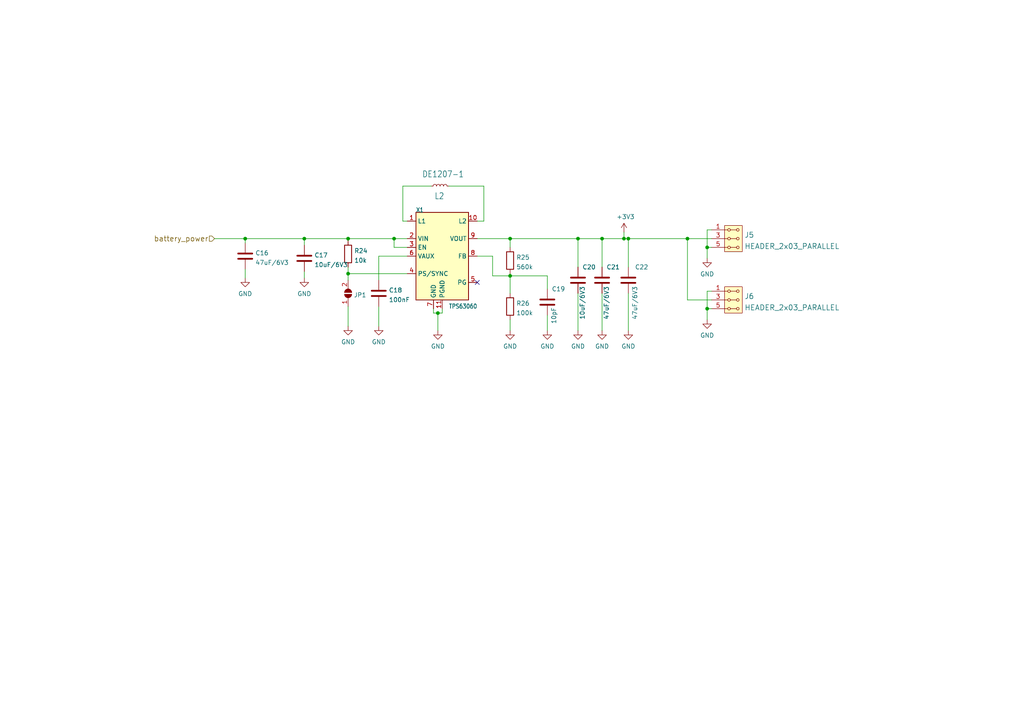
<source format=kicad_sch>
(kicad_sch (version 20211123) (generator eeschema)
  (paper "A4")
  (title_block (title "SOLARMINIBAT01A") (date "2022-07-20") (rev "A") (company "MLAB.cz") (comment 2 "Solar charged LTO Battery Managment System"))
  (lib_symbols
    (symbol "Device:C" (pin_numbers hide) (pin_names (offset 0.254))
      (property "Reference" "C" (at 0.635 2.54 0))
      (property "Value" "C" (at 0.635 -2.54 0))
      (symbol "C_0_1"
        (polyline (pts (xy -2.032 -0.762) (xy 2.032 -0.762)) (stroke (width 0.508)))
        (polyline (pts (xy -2.032 0.762) (xy 2.032 0.762)) (stroke (width 0.508)))
      )
      (symbol "C_1_1"
        (pin passive line (at 0 3.81 270) (length 2.794) (name "~") (number "1"))
        (pin passive line (at 0 -3.81 90) (length 2.794) (name "~") (number "2"))
      )
    )
    (symbol "Device:L_Small" (pin_numbers hide) (pin_names (offset 0.254) hide)
      (property "Reference" "L" (at 0.762 1.016 0))
      (property "Value" "L_Small" (at 0.762 -1.016 0))
      (symbol "L_Small_0_1"
        (arc (start 0 -2.032) (mid 0.508 -1.524) (end 0 -1.016))
        (arc (start 0 -1.016) (mid 0.508 -0.508) (end 0 0))
        (arc (start 0 0) (mid 0.508 0.508) (end 0 1.016))
        (arc (start 0 1.016) (mid 0.508 1.524) (end 0 2.032))
      )
      (symbol "L_Small_1_1"
        (pin passive line (at 0 2.54 270) (length 0.508) (name "~") (number "1"))
        (pin passive line (at 0 -2.54 90) (length 0.508) (name "~") (number "2"))
      )
    )
    (symbol "Device:R" (pin_numbers hide) (pin_names (offset 0))
      (property "Reference" "R" (at 2.032 0 90))
      (property "Value" "R" (at 0 0 90))
      (symbol "R_0_1"
        (rectangle (start -1.016 -2.54) (end 1.016 2.54) (stroke (width 0.254)))
      )
      (symbol "R_1_1"
        (pin passive line (at 0 3.81 270) (length 1.27) (name "~") (number "1"))
        (pin passive line (at 0 -3.81 90) (length 1.27) (name "~") (number "2"))
      )
    )
    (symbol "Jumper:SolderJumper_2_Open" (pin_names (offset 0) hide)
      (property "Reference" "JP" (at 0 2.032 0))
      (property "Value" "SolderJumper_2_Open" (at 0 -2.54 0))
      (symbol "SolderJumper_2_Open_0_1"
        (arc (start -0.254 1.016) (mid -1.27 0) (end -0.254 -1.016))
        (arc (start -0.254 1.016) (mid -1.27 0) (end -0.254 -1.016) (fill (type outline)))
        (polyline (pts (xy -0.254 1.016) (xy -0.254 -1.016)))
        (polyline (pts (xy 0.254 1.016) (xy 0.254 -1.016)))
        (arc (start 0.254 -1.016) (mid 1.27 0) (end 0.254 1.016))
        (arc (start 0.254 -1.016) (mid 1.27 0) (end 0.254 1.016) (fill (type outline)))
      )
      (symbol "SolderJumper_2_Open_1_1"
        (pin passive line (at -3.81 0 0) (length 2.54) (name "A") (number "1"))
        (pin passive line (at 3.81 0 180) (length 2.54) (name "B") (number "2"))
      )
    )
    (symbol "LION2CELL01D-rescue:+3.3V" (power) (pin_names (offset 0))
      (property "Value" "+3.3V" (at 0 3.556 0))
      (symbol "+3.3V_0_1"
        (polyline (pts (xy -0.762 1.27) (xy 0 2.54)))
        (polyline (pts (xy 0 0) (xy 0 2.54)))
        (polyline (pts (xy 0 2.54) (xy 0.762 1.27)))
      )
      (symbol "+3.3V_1_1"
        (pin power_in line (at 0 0 90) (length 0) hide (name "+3V3") (number "1"))
      )
    )
    (symbol "MLAB_HEADER:HEADER_2x03_PARALLEL" (pin_names (offset 1.016))
      (property "Reference" "J" (at 0 -5.08 0))
      (property "Value" "HEADER_2x03_PARALLEL" (at 0 5.08 0))
      (symbol "HEADER_2x03_PARALLEL_0_1"
        (rectangle (start -2.54 3.81) (end 2.54 -3.81) (fill (type background)))
        (circle (center -1.27 -2.54) (radius 0.381))
        (circle (center -1.27 0) (radius 0.381))
        (circle (center -1.27 2.54) (radius 0.381))
        (polyline (pts (xy -1.651 -2.54) (xy -2.54 -2.54)))
        (polyline (pts (xy -1.651 0) (xy -2.54 0)))
        (polyline (pts (xy -1.651 2.54) (xy -2.54 2.54)))
        (polyline (pts (xy -0.889 -2.54) (xy 0.889 -2.54)))
        (polyline (pts (xy -0.889 0) (xy 0.889 0)))
        (polyline (pts (xy -0.889 2.54) (xy 0.889 2.54)))
        (circle (center 1.27 -2.54) (radius 0.381))
        (circle (center 1.27 0) (radius 0.381))
        (circle (center 1.27 2.54) (radius 0.381))
      )
      (symbol "HEADER_2x03_PARALLEL_1_1"
        (pin input line (at -6.35 2.54 0) (length 3.81) (name "~") (number "1"))
        (pin input line (at -6.35 2.54 0) (length 3.81) hide (name "~") (number "2"))
        (pin input line (at -6.35 0 0) (length 3.81) (name "~") (number "3"))
        (pin input line (at -6.35 0 0) (length 3.81) hide (name "~") (number "4"))
        (pin input line (at -6.35 -2.54 0) (length 3.81) (name "~") (number "5"))
        (pin input line (at -6.35 -2.54 0) (length 3.81) hide (name "~") (number "6"))
      )
    )
    (symbol "Regulator_Switching:TPS63060"
      (property "Reference" "U" (at -7.62 13.97 0))
      (property "Value" "TPS63060" (at 2.54 13.97 0))
      (symbol "TPS63060_0_1"
        (rectangle (start -7.62 12.7) (end 7.62 -12.7) (stroke (width 0.254)) (fill (type background)))
      )
      (symbol "TPS63060_1_1"
        (pin input line (at -10.16 10.16 0) (length 2.54) (name "L1") (number "1"))
        (pin input line (at 10.16 10.16 180) (length 2.54) (name "L2") (number "10"))
        (pin power_in line (at 0 -15.24 90) (length 2.54) (name "PGND") (number "11"))
        (pin power_in line (at -10.16 5.08 0) (length 2.54) (name "VIN") (number "2"))
        (pin input line (at -10.16 2.54 0) (length 2.54) (name "EN") (number "3"))
        (pin input line (at -10.16 -5.08 0) (length 2.54) (name "PS/SYNC") (number "4"))
        (pin output line (at 10.16 -7.62 180) (length 2.54) (name "PG") (number "5"))
        (pin passive line (at -10.16 0 0) (length 2.54) (name "VAUX") (number "6"))
        (pin power_in line (at -2.54 -15.24 90) (length 2.54) (name "GND") (number "7"))
        (pin input line (at 10.16 0 180) (length 2.54) (name "FB") (number "8"))
        (pin power_out line (at 10.16 5.08 180) (length 2.54) (name "VOUT") (number "9"))
      )
    )
    (symbol "power:GND" (power) (pin_names (offset 0))
      (property "Value" "GND" (at 0 -3.81 0))
      (symbol "GND_0_1"
        (polyline (pts (xy 0 0) (xy 0 -1.27) (xy 1.27 -1.27) (xy 0 -2.54) (xy -1.27 -1.27) (xy 0 -1.27)))
      )
      (symbol "GND_1_1"
        (pin power_in line (at 0 0 270) (length 0) hide (name "GND") (number "1"))
      )
    )
  )
  (junction (at 205.105 71.755))
  (junction (at 88.265 69.215))
  (junction (at 205.105 89.535))
  (junction (at 199.39 69.215))
  (junction (at 100.965 69.215))
  (junction (at 182.245 69.215))
  (junction (at 127 90.805))
  (junction (at 100.965 79.375))
  (junction (at 71.12 69.215))
  (junction (at 174.625 69.215))
  (junction (at 147.955 80.01))
  (junction (at 180.975 69.215))
  (junction (at 114.3 69.215))
  (junction (at 167.64 69.215))
  (junction (at 147.955 69.215))
  (no_connect (at 138.43 81.915))
  (wire (pts (xy 205.105 89.535) (xy 205.105 92.71)))
  (wire (pts (xy 100.965 69.215) (xy 114.3 69.215)))
  (wire (pts (xy 206.375 84.455) (xy 205.105 84.455)))
  (wire (pts (xy 147.955 79.375) (xy 147.955 80.01)))
  (wire (pts (xy 88.265 69.215) (xy 100.965 69.215)))
  (wire (pts (xy 167.64 69.215) (xy 174.625 69.215)))
  (wire (pts (xy 199.39 69.215) (xy 206.375 69.215)))
  (wire (pts (xy 140.335 53.975) (xy 140.335 64.135)))
  (wire (pts (xy 180.975 67.31) (xy 180.975 69.215)))
  (wire (pts (xy 158.75 80.01) (xy 158.75 83.82)))
  (wire (pts (xy 71.12 69.215) (xy 88.265 69.215)))
  (wire (pts (xy 118.11 74.295) (xy 109.855 74.295)))
  (wire (pts (xy 142.875 80.01) (xy 142.875 74.295)))
  (wire (pts (xy 100.965 88.9) (xy 100.965 94.615)))
  (wire (pts (xy 182.245 69.215) (xy 182.245 77.47)))
  (wire (pts (xy 128.27 90.805) (xy 128.27 89.535)))
  (wire (pts (xy 88.265 78.74) (xy 88.265 80.645)))
  (wire (pts (xy 206.375 86.995) (xy 199.39 86.995)))
  (wire (pts (xy 167.64 69.215) (xy 167.64 77.47)))
  (wire (pts (xy 147.955 80.01) (xy 142.875 80.01)))
  (wire (pts (xy 118.11 64.135) (xy 116.84 64.135)))
  (wire (pts (xy 205.105 66.675) (xy 205.105 71.755)))
  (wire (pts (xy 130.175 53.975) (xy 140.335 53.975)))
  (wire (pts (xy 100.965 77.47) (xy 100.965 79.375)))
  (wire (pts (xy 206.375 66.675) (xy 205.105 66.675)))
  (wire (pts (xy 174.625 69.215) (xy 180.975 69.215)))
  (wire (pts (xy 147.955 69.215) (xy 147.955 71.755)))
  (wire (pts (xy 158.75 91.44) (xy 158.75 95.885)))
  (wire (pts (xy 205.105 71.755) (xy 206.375 71.755)))
  (wire (pts (xy 114.3 71.755) (xy 114.3 69.215)))
  (wire (pts (xy 174.625 69.215) (xy 174.625 77.47)))
  (wire (pts (xy 109.855 88.9) (xy 109.855 94.615)))
  (wire (pts (xy 174.625 85.09) (xy 174.625 95.885)))
  (wire (pts (xy 88.265 69.215) (xy 88.265 71.12)))
  (wire (pts (xy 182.245 69.215) (xy 199.39 69.215)))
  (wire (pts (xy 62.23 69.215) (xy 71.12 69.215)))
  (wire (pts (xy 100.965 79.375) (xy 100.965 81.28)))
  (wire (pts (xy 109.855 74.295) (xy 109.855 81.28)))
  (wire (pts (xy 182.245 85.09) (xy 182.245 95.885)))
  (wire (pts (xy 100.965 79.375) (xy 118.11 79.375)))
  (wire (pts (xy 147.955 80.01) (xy 147.955 85.09)))
  (wire (pts (xy 167.64 85.09) (xy 167.64 95.885)))
  (wire (pts (xy 114.3 69.215) (xy 118.11 69.215)))
  (wire (pts (xy 205.105 71.755) (xy 205.105 74.93)))
  (wire (pts (xy 100.965 69.215) (xy 100.965 69.85)))
  (wire (pts (xy 125.73 90.805) (xy 127 90.805)))
  (wire (pts (xy 71.12 70.485) (xy 71.12 69.215)))
  (wire (pts (xy 205.105 84.455) (xy 205.105 89.535)))
  (wire (pts (xy 147.955 92.71) (xy 147.955 95.885)))
  (wire (pts (xy 180.975 69.215) (xy 182.245 69.215)))
  (wire (pts (xy 118.11 71.755) (xy 114.3 71.755)))
  (wire (pts (xy 205.105 89.535) (xy 206.375 89.535)))
  (wire (pts (xy 127 90.805) (xy 128.27 90.805)))
  (wire (pts (xy 138.43 69.215) (xy 147.955 69.215)))
  (wire (pts (xy 125.73 89.535) (xy 125.73 90.805)))
  (wire (pts (xy 147.955 69.215) (xy 167.64 69.215)))
  (wire (pts (xy 71.12 78.105) (xy 71.12 80.645)))
  (wire (pts (xy 127 90.805) (xy 127 95.885)))
  (wire (pts (xy 116.84 64.135) (xy 116.84 53.975)))
  (wire (pts (xy 199.39 86.995) (xy 199.39 69.215)))
  (wire (pts (xy 140.335 64.135) (xy 138.43 64.135)))
  (wire (pts (xy 116.84 53.975) (xy 125.095 53.975)))
  (wire (pts (xy 138.43 74.295) (xy 142.875 74.295)))
  (wire (pts (xy 147.955 80.01) (xy 158.75 80.01)))
  (hierarchical_label "battery_power" (shape input) (at 62.23 69.215 180) (effects (font (size 1.524 1.524))))
  (symbol (lib_id "Device:R") (at 100.965 73.66 0) (unit 1)
    (property "Reference" "R24" (at 102.743 72.7515 0) (effects (justify left)))
    (property "Value" "10k" (at 102.743 75.5266 0) (effects (justify left)))
    (property "Footprint" "Resistor_SMD:R_0805_2012Metric" (effects hide))
    (property "UST_ID" "5c70984612875079b91f899f" (effects hide))
  )
  (symbol (lib_id "Device:C") (at 88.265 74.93 0) (unit 1)
    (property "Reference" "C17" (at 91.186 74.0215 0) (effects (justify left)))
    (property "Value" "10uF/6V3" (at 91.186 76.7966 0) (effects (justify left)))
    (property "Footprint" "Capacitor_SMD:C_0805_2012Metric" (effects hide))
    (property "UST_ID" "5c70984712875079b91f8b53" (effects hide))
  )
  (symbol (lib_id "Device:C") (at 158.75 87.63 0) (unit 1)
    (property "Reference" "C19" (at 160.02 83.82 0) (effects (justify left)))
    (property "Value" "10pF" (at 160.655 93.98 90) (effects (justify left)))
    (property "Footprint" "Capacitor_SMD:C_0805_2012Metric" (effects hide))
    (property "UST_ID" "5c70984712875079b91f8b30" (effects hide))
  )
  (symbol (lib_id "power:GND") (at 174.625 95.885 0) (unit 1)
    (property "Reference" "#PWR0135" (effects hide))
    (property "Value" "GND" (at 174.625 100.4475 0))
  )
  (symbol (lib_id "power:GND") (at 182.245 95.885 0) (unit 1)
    (property "Reference" "#PWR0138" (effects hide))
    (property "Value" "GND" (at 182.245 100.4475 0))
  )
  (symbol (lib_id "power:GND") (at 71.12 80.645 0) (unit 1)
    (property "Reference" "#PWR0131" (effects hide))
    (property "Value" "GND" (at 71.12 85.2075 0))
  )
  (symbol (lib_id "MLAB_HEADER:HEADER_2x03_PARALLEL") (at 212.725 69.215 0) (unit 1)
    (property "Reference" "J5" (at 215.9 68.1503 0) (effects (font (size 1.524 1.524)) (justify left)))
    (property "Value" "HEADER_2x03_PARALLEL" (at 215.9 71.4293 0) (effects (font (size 1.524 1.524)) (justify left)))
    (property "Footprint" "Mlab_Pin_Headers:Straight_2x03" (effects hide))
  )
  (symbol (lib_id "power:GND") (at 158.75 95.885 0) (unit 1)
    (property "Reference" "#PWR0133" (effects hide))
    (property "Value" "GND" (at 158.75 100.4475 0))
  )
  (symbol (lib_id "power:GND") (at 167.64 95.885 0) (unit 1)
    (property "Reference" "#PWR0136" (effects hide))
    (property "Value" "GND" (at 167.64 100.4475 0))
  )
  (symbol (lib_id "power:GND") (at 205.105 92.71 0) (unit 1)
    (property "Reference" "#PWR0139" (effects hide))
    (property "Value" "GND" (at 205.105 97.2725 0))
  )
  (symbol (lib_id "Device:C") (at 71.12 74.295 0) (unit 1)
    (property "Reference" "C16" (at 74.041 73.3865 0) (effects (justify left)))
    (property "Value" "47uF/6V3" (at 74.041 76.1616 0) (effects (justify left)))
    (property "Footprint" "Capacitor_SMD:C_0805_2012Metric" (effects hide))
    (property "UST_ID" "60d580ff1287500165f8595a" (effects hide))
  )
  (symbol (lib_id "Device:C") (at 109.855 85.09 0) (unit 1)
    (property "Reference" "C18" (at 112.776 84.1815 0) (effects (justify left)))
    (property "Value" "100nF" (at 112.776 86.9566 0) (effects (justify left)))
    (property "Footprint" "Capacitor_SMD:C_0805_2012Metric" (effects hide))
    (property "UST_ID" "5c70984712875079b91f8b4c" (effects hide))
  )
  (symbol (lib_id "Device:R") (at 147.955 75.565 0) (unit 1)
    (property "Reference" "R25" (at 149.733 74.6565 0) (effects (justify left)))
    (property "Value" "560k" (at 149.733 77.4316 0) (effects (justify left)))
    (property "Footprint" "Resistor_SMD:R_0805_2012Metric" (effects hide))
    (property "UST_ID" "5c70984712875079b91f8aa6" (effects hide))
  )
  (symbol (lib_id "power:GND") (at 205.105 74.93 0) (unit 1)
    (property "Reference" "#PWR0140" (effects hide))
    (property "Value" "GND" (at 205.105 79.4925 0))
  )
  (symbol (lib_id "Regulator_Switching:TPS63060") (at 128.27 74.295 0) (unit 1)
    (property "Reference" "X1" (at 120.65 61.595 0) (effects (font (size 1.27 1.0795)) (justify left bottom)))
    (property "Value" "TPS63060" (at 130.175 89.535 0) (effects (font (size 1.27 1.0795)) (justify left bottom)))
    (property "Footprint" "Package_SON:Texas_S-PWSON-N10_ThermalVias" (effects hide))
    (property "Datasheet" "http://www.ti.com/lit/ds/symlink/tps63060.pdf" (effects hide))
    (property "UST_ID" "5c70984612875079b91f89c2" (effects hide))
  )
  (symbol (lib_id "Device:C") (at 182.245 81.28 0) (unit 1)
    (property "Reference" "C22" (at 184.15 77.47 0) (effects (justify left)))
    (property "Value" "47uF/6V3" (at 184.15 92.71 90) (effects (justify left)))
    (property "Footprint" "Capacitor_SMD:C_0805_2012Metric" (effects hide))
    (property "UST_ID" "60d580ff1287500165f8595a" (effects hide))
  )
  (symbol (lib_id "LION2CELL01D-rescue:+3.3V") (at 180.975 67.31 0) (unit 1)
    (property "Reference" "#PWR0137" (effects hide))
    (property "Value" "+3.3V" (at 181.4322 62.8904 0))
  )
  (symbol (lib_id "Device:L_Small") (at 127.635 53.975 90) (unit 1)
    (property "Reference" "L2" (at 128.905 55.88 90) (effects (font (size 1.778 1.5113)) (justify left bottom)))
    (property "Value" "DE1207-1" (at 134.62 49.53 90) (effects (font (size 1.778 1.5113)) (justify left bottom)))
    (property "Footprint" "Mlab_L:DE1205-10" (effects hide))
    (property "UST_ID" "5c70984412875079b91f8823" (effects hide))
  )
  (symbol (lib_id "MLAB_HEADER:HEADER_2x03_PARALLEL") (at 212.725 86.995 0) (unit 1)
    (property "Reference" "J6" (at 215.9 85.9303 0) (effects (font (size 1.524 1.524)) (justify left)))
    (property "Value" "HEADER_2x03_PARALLEL" (at 215.9 89.2093 0) (effects (font (size 1.524 1.524)) (justify left)))
    (property "Footprint" "Mlab_Pin_Headers:Straight_2x03" (effects hide))
  )
  (symbol (lib_id "Device:R") (at 147.955 88.9 0) (unit 1)
    (property "Reference" "R26" (at 149.733 87.9915 0) (effects (justify left)))
    (property "Value" "100k" (at 149.733 90.7666 0) (effects (justify left)))
    (property "Footprint" "Resistor_SMD:R_0805_2012Metric" (effects hide))
    (property "UST_ID" "5c70984712875079b91f8a96" (effects hide))
  )
  (symbol (lib_id "Device:C") (at 174.625 81.28 0) (unit 1)
    (property "Reference" "C21" (at 175.895 77.47 0) (effects (justify left)))
    (property "Value" "47uF/6V3" (at 175.895 92.71 90) (effects (justify left)))
    (property "Footprint" "Capacitor_SMD:C_0805_2012Metric" (effects hide))
    (property "UST_ID" "60d580ff1287500165f8595a" (effects hide))
  )
  (symbol (lib_id "power:GND") (at 127 95.885 0) (unit 1)
    (property "Reference" "#PWR0128" (effects hide))
    (property "Value" "GND" (at 127 100.4475 0))
  )
  (symbol (lib_id "Jumper:SolderJumper_2_Open") (at 100.965 85.09 90) (unit 1)
    (property "Reference" "JP1" (at 102.616 85.569 90) (effects (justify right)))
    (property "Value" "SolderJumper_2_Open" (effects hide))
    (property "Footprint" "Jumper:SolderJumper-2_P1.3mm_Open_RoundedPad1.0x1.5mm" (effects hide))
  )
  (symbol (lib_id "power:GND") (at 100.965 94.615 0) (unit 1)
    (property "Reference" "#PWR0129" (effects hide))
    (property "Value" "GND" (at 100.965 99.1775 0))
  )
  (symbol (lib_id "power:GND") (at 109.855 94.615 0) (unit 1)
    (property "Reference" "#PWR0130" (effects hide))
    (property "Value" "GND" (at 109.855 99.1775 0))
  )
  (symbol (lib_id "Device:C") (at 167.64 81.28 0) (unit 1)
    (property "Reference" "C20" (at 168.91 77.47 0) (effects (justify left)))
    (property "Value" "10uF/6V3" (at 168.91 92.71 90) (effects (justify left)))
    (property "Footprint" "Capacitor_SMD:C_0805_2012Metric" (effects hide))
    (property "UST_ID" "5c70984712875079b91f8b53" (effects hide))
  )
  (symbol (lib_id "power:GND") (at 88.265 80.645 0) (unit 1)
    (property "Reference" "#PWR0132" (effects hide))
    (property "Value" "GND" (at 88.265 85.2075 0))
  )
  (symbol (lib_id "power:GND") (at 147.955 95.885 0) (unit 1)
    (property "Reference" "#PWR0134" (effects hide))
    (property "Value" "GND" (at 147.955 100.4475 0))
  )
)
</source>
